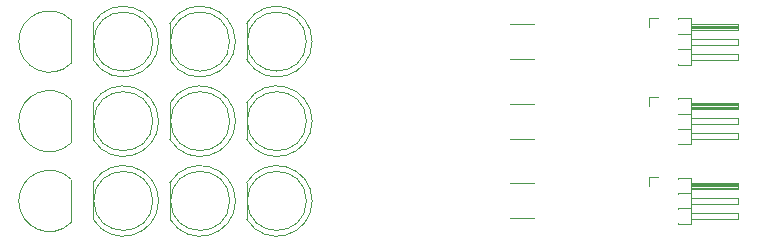
<source format=gto>
G04 #@! TF.GenerationSoftware,KiCad,Pcbnew,(5.0.0)*
G04 #@! TF.CreationDate,2019-02-03T17:17:29-08:00*
G04 #@! TF.ProjectId,mlab100_LEDPCB_1.5,6D6C61623130305F4C45445043425F31,rev?*
G04 #@! TF.SameCoordinates,Original*
G04 #@! TF.FileFunction,Legend,Top*
G04 #@! TF.FilePolarity,Positive*
%FSLAX46Y46*%
G04 Gerber Fmt 4.6, Leading zero omitted, Abs format (unit mm)*
G04 Created by KiCad (PCBNEW (5.0.0)) date 02/03/19 17:17:29*
%MOMM*%
%LPD*%
G01*
G04 APERTURE LIST*
%ADD10C,0.120000*%
G04 APERTURE END LIST*
D10*
G04 #@! TO.C,D4*
X25060000Y-16380462D02*
G75*
G03X19510000Y-14835170I-2990000J462D01*
G01*
X25060000Y-16379538D02*
G75*
G02X19510000Y-17924830I-2990000J-462D01*
G01*
X24570000Y-16380000D02*
G75*
G03X24570000Y-16380000I-2500000J0D01*
G01*
X19510000Y-14835000D02*
X19510000Y-17925000D01*
G04 #@! TO.C,D1*
X12060000Y-16380462D02*
G75*
G03X6510000Y-14835170I-2990000J462D01*
G01*
X12060000Y-16379538D02*
G75*
G02X6510000Y-17924830I-2990000J-462D01*
G01*
X11570000Y-16380000D02*
G75*
G03X11570000Y-16380000I-2500000J0D01*
G01*
X6510000Y-14835000D02*
X6510000Y-17925000D01*
G04 #@! TO.C,D5*
X6510000Y-8085000D02*
X6510000Y-11175000D01*
X11570000Y-9630000D02*
G75*
G03X11570000Y-9630000I-2500000J0D01*
G01*
X12060000Y-9629538D02*
G75*
G02X6510000Y-11174830I-2990000J-462D01*
G01*
X12060000Y-9630462D02*
G75*
G03X6510000Y-8085170I-2990000J462D01*
G01*
G04 #@! TO.C,D2*
X13020000Y-14835000D02*
X13020000Y-17925000D01*
X18080000Y-16380000D02*
G75*
G03X18080000Y-16380000I-2500000J0D01*
G01*
X18570000Y-16379538D02*
G75*
G02X13020000Y-17924830I-2990000J-462D01*
G01*
X18570000Y-16380462D02*
G75*
G03X13020000Y-14835170I-2990000J462D01*
G01*
G04 #@! TO.C,D8*
X13020000Y-8085000D02*
X13020000Y-11175000D01*
X18080000Y-9630000D02*
G75*
G03X18080000Y-9630000I-2500000J0D01*
G01*
X18570000Y-9629538D02*
G75*
G02X13020000Y-11174830I-2990000J-462D01*
G01*
X18570000Y-9630462D02*
G75*
G03X13020000Y-8085170I-2990000J462D01*
G01*
G04 #@! TO.C,D9*
X25060000Y-9630462D02*
G75*
G03X19510000Y-8085170I-2990000J462D01*
G01*
X25060000Y-9629538D02*
G75*
G02X19510000Y-11174830I-2990000J-462D01*
G01*
X24570000Y-9630000D02*
G75*
G03X24570000Y-9630000I-2500000J0D01*
G01*
X19510000Y-8085000D02*
X19510000Y-11175000D01*
G04 #@! TO.C,D10*
X6510000Y-1345000D02*
X6510000Y-4435000D01*
X11570000Y-2890000D02*
G75*
G03X11570000Y-2890000I-2500000J0D01*
G01*
X12060000Y-2889538D02*
G75*
G02X6510000Y-4434830I-2990000J-462D01*
G01*
X12060000Y-2890462D02*
G75*
G03X6510000Y-1345170I-2990000J462D01*
G01*
G04 #@! TO.C,D11*
X18560000Y-2890462D02*
G75*
G03X13010000Y-1345170I-2990000J462D01*
G01*
X18560000Y-2889538D02*
G75*
G02X13010000Y-4434830I-2990000J-462D01*
G01*
X18070000Y-2890000D02*
G75*
G03X18070000Y-2890000I-2500000J0D01*
G01*
X13010000Y-1345000D02*
X13010000Y-4435000D01*
G04 #@! TO.C,D12*
X25060000Y-2890462D02*
G75*
G03X19510000Y-1345170I-2990000J462D01*
G01*
X25060000Y-2889538D02*
G75*
G02X19510000Y-4434830I-2990000J-462D01*
G01*
X24570000Y-2890000D02*
G75*
G03X24570000Y-2890000I-2500000J0D01*
G01*
X19510000Y-1345000D02*
X19510000Y-4435000D01*
G04 #@! TO.C,J14*
X53550000Y-14350000D02*
X54310000Y-14350000D01*
X53550000Y-15110000D02*
X53550000Y-14350000D01*
X61140000Y-17910000D02*
X57140000Y-17910000D01*
X61140000Y-17390000D02*
X61140000Y-17910000D01*
X57140000Y-17390000D02*
X61140000Y-17390000D01*
X56020000Y-16999677D02*
X56020000Y-17030323D01*
X56020000Y-17015000D02*
X57140000Y-17015000D01*
X61140000Y-16640000D02*
X57140000Y-16640000D01*
X61140000Y-16120000D02*
X61140000Y-16640000D01*
X57140000Y-16120000D02*
X61140000Y-16120000D01*
X56020000Y-15729677D02*
X56020000Y-15760323D01*
X56020000Y-15745000D02*
X57140000Y-15745000D01*
X57140000Y-15270000D02*
X61140000Y-15270000D01*
X57140000Y-15150000D02*
X61140000Y-15150000D01*
X57140000Y-15030000D02*
X61140000Y-15030000D01*
X57140000Y-14910000D02*
X61140000Y-14910000D01*
X61140000Y-15370000D02*
X57140000Y-15370000D01*
X61140000Y-14850000D02*
X61140000Y-15370000D01*
X57140000Y-14850000D02*
X61140000Y-14850000D01*
X56020000Y-18345000D02*
X56020000Y-18269677D01*
X57140000Y-18345000D02*
X56020000Y-18345000D01*
X57140000Y-14415000D02*
X57140000Y-18345000D01*
X56020000Y-14415000D02*
X57140000Y-14415000D01*
X56020000Y-14490323D02*
X56020000Y-14415000D01*
G04 #@! TO.C,J15*
X56020000Y-7740323D02*
X56020000Y-7665000D01*
X56020000Y-7665000D02*
X57140000Y-7665000D01*
X57140000Y-7665000D02*
X57140000Y-11595000D01*
X57140000Y-11595000D02*
X56020000Y-11595000D01*
X56020000Y-11595000D02*
X56020000Y-11519677D01*
X57140000Y-8100000D02*
X61140000Y-8100000D01*
X61140000Y-8100000D02*
X61140000Y-8620000D01*
X61140000Y-8620000D02*
X57140000Y-8620000D01*
X57140000Y-8160000D02*
X61140000Y-8160000D01*
X57140000Y-8280000D02*
X61140000Y-8280000D01*
X57140000Y-8400000D02*
X61140000Y-8400000D01*
X57140000Y-8520000D02*
X61140000Y-8520000D01*
X56020000Y-8995000D02*
X57140000Y-8995000D01*
X56020000Y-8979677D02*
X56020000Y-9010323D01*
X57140000Y-9370000D02*
X61140000Y-9370000D01*
X61140000Y-9370000D02*
X61140000Y-9890000D01*
X61140000Y-9890000D02*
X57140000Y-9890000D01*
X56020000Y-10265000D02*
X57140000Y-10265000D01*
X56020000Y-10249677D02*
X56020000Y-10280323D01*
X57140000Y-10640000D02*
X61140000Y-10640000D01*
X61140000Y-10640000D02*
X61140000Y-11160000D01*
X61140000Y-11160000D02*
X57140000Y-11160000D01*
X53550000Y-8360000D02*
X53550000Y-7600000D01*
X53550000Y-7600000D02*
X54310000Y-7600000D01*
G04 #@! TO.C,J16*
X53550000Y-860000D02*
X54310000Y-860000D01*
X53550000Y-1620000D02*
X53550000Y-860000D01*
X61140000Y-4420000D02*
X57140000Y-4420000D01*
X61140000Y-3900000D02*
X61140000Y-4420000D01*
X57140000Y-3900000D02*
X61140000Y-3900000D01*
X56020000Y-3509677D02*
X56020000Y-3540323D01*
X56020000Y-3525000D02*
X57140000Y-3525000D01*
X61140000Y-3150000D02*
X57140000Y-3150000D01*
X61140000Y-2630000D02*
X61140000Y-3150000D01*
X57140000Y-2630000D02*
X61140000Y-2630000D01*
X56020000Y-2239677D02*
X56020000Y-2270323D01*
X56020000Y-2255000D02*
X57140000Y-2255000D01*
X57140000Y-1780000D02*
X61140000Y-1780000D01*
X57140000Y-1660000D02*
X61140000Y-1660000D01*
X57140000Y-1540000D02*
X61140000Y-1540000D01*
X57140000Y-1420000D02*
X61140000Y-1420000D01*
X61140000Y-1880000D02*
X57140000Y-1880000D01*
X61140000Y-1360000D02*
X61140000Y-1880000D01*
X57140000Y-1360000D02*
X61140000Y-1360000D01*
X56020000Y-4855000D02*
X56020000Y-4779677D01*
X57140000Y-4855000D02*
X56020000Y-4855000D01*
X57140000Y-925000D02*
X57140000Y-4855000D01*
X56020000Y-925000D02*
X57140000Y-925000D01*
X56020000Y-1000323D02*
X56020000Y-925000D01*
G04 #@! TO.C,U4*
X4658478Y-14541522D02*
G75*
G03X220000Y-16380000I-1838478J-1838478D01*
G01*
X4658478Y-18218478D02*
G75*
G02X220000Y-16380000I-1838478J1838478D01*
G01*
X4670000Y-18180000D02*
X4670000Y-14580000D01*
G04 #@! TO.C,U5*
X4670000Y-11430000D02*
X4670000Y-7830000D01*
X4658478Y-11468478D02*
G75*
G02X220000Y-9630000I-1838478J1838478D01*
G01*
X4658478Y-7791522D02*
G75*
G03X220000Y-9630000I-1838478J-1838478D01*
G01*
G04 #@! TO.C,U6*
X4658478Y-1051522D02*
G75*
G03X220000Y-2890000I-1838478J-1838478D01*
G01*
X4658478Y-4728478D02*
G75*
G02X220000Y-2890000I-1838478J1838478D01*
G01*
X4670000Y-4690000D02*
X4670000Y-1090000D01*
G04 #@! TO.C,R1*
X41820000Y-14900000D02*
X43820000Y-14900000D01*
X43820000Y-17860000D02*
X41820000Y-17860000D01*
G04 #@! TO.C,R2*
X43820000Y-11110000D02*
X41820000Y-11110000D01*
X41820000Y-8150000D02*
X43820000Y-8150000D01*
G04 #@! TO.C,R3*
X41820000Y-1410000D02*
X43820000Y-1410000D01*
X43820000Y-4370000D02*
X41820000Y-4370000D01*
G04 #@! TD*
M02*

</source>
